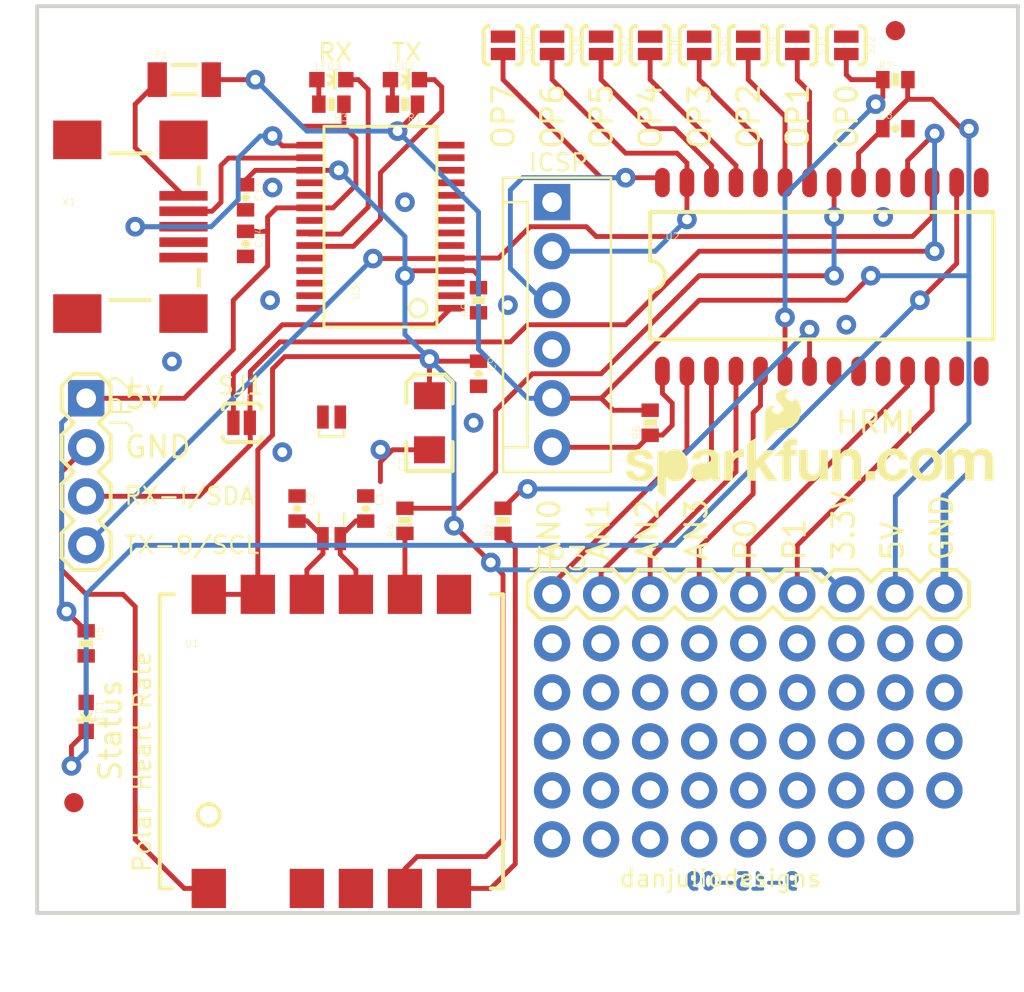
<source format=kicad_pcb>
(kicad_pcb (version 20211014) (generator pcbnew)
  (layers (0 "F.Cu" signal) (31 "B.Cu" signal) (34 "B.Paste" user) (35 "F.Paste" user) (36 "B.SilkS" user "B.Silkscreen") (37 "F.SilkS" user "F.Silkscreen") (38 "B.Mask" user) (39 "F.Mask" user) (44 "Edge.Cuts" user))
  (net 0 "")
  (net 1 "GND")
  (net 2 "5V")
  (net 3 "N$1")
  (net 4 "N$4")
  (net 5 "USB-TX")
  (net 6 "RX")
  (net 7 "3.3V")
  (net 8 "TXLED")
  (net 9 "RXLED")
  (net 10 "N$3")
  (net 11 "N$5")
  (net 12 "PGC")
  (net 13 "PGD")
  (net 14 "VPP")
  (net 15 "RST")
  (net 16 "HR")
  (net 17 "N$7")
  (net 18 "STAT")
  (net 19 "N$6")
  (net 20 "VBUS")
  (net 21 "TX")
  (net 22 "AN0")
  (net 23 "AN1")
  (net 24 "AN2")
  (net 25 "AN3")
  (net 26 "P0")
  (net 27 "P1")
  (net 28 "P2")
  (net 29 "P3")
  (net 30 "P4")
  (net 31 "OP0")
  (net 32 "OP1")
  (net 33 "OP2")
  (net 34 "OP3")
  (net 35 "OP4")
  (net 36 "OP5")
  (net 37 "N$2")
  (net 38 "N$10")
  (net 39 "N$11")
  (net 40 "N$12")
  (net 41 "N$13")
  (net 42 "N$14")
  (net 43 "N$15")
  (net 44 "N$16")
  (net 45 "N$17")
  (net 46 "N$18")
  (net 47 "N$19")
  (net 48 "N$20")
  (net 49 "N$21")
  (net 50 "N$22")
  (net 51 "N$23")
  (net 52 "N$24")
  (net 53 "N$25")
  (net 54 "N$26")
  (net 55 "N$27")
  (net 56 "N$28")
  (net 57 "N$29")
  (net 58 "N$30")
  (net 59 "N$31")
  (net 60 "N$32")
  (net 61 "N$33")
  (net 62 "N$34")
  (net 63 "N$35")
  (net 64 "N$36")
  (net 65 "N$37")
  (net 66 "N$38")
  (net 67 "N$39")
  (net 68 "N$40")
  (net 69 "N$41")
  (net 70 "N$42")
  (net 71 "N$43")
  (net 72 "N$44")
  (net 73 "N$45")
  (net 74 "N$46")
  (net 75 "N$47")
  (net 76 "N$48")
  (net 77 "N$49")
  (net 78 "N$50")
  (net 79 "N$51")
  (net 80 "N$52")
  (net 81 "N$53")
  (net 82 "N$8")
  (net 83 "N$54")
  (footprint "boardEagle:SJ_2S-NO" (layer "F.Cu") (at 149.7711 83.5406 -90)
    (fp_text reference "SJ8")
    (fp_text value "SOLDERJUMPERNO")
  )
  (footprint "boardEagle:0402-CAP" (layer "F.Cu") (at 136.5631 107.5436 -90)
    (fp_text reference "C2")
    (fp_text value "9pF")
  )
  (footprint "boardEagle:1X09" (layer "F.Cu") (at 149.7711 111.9886)
    (fp_text reference "JP3")
    (fp_text value "M09")
  )
  (footprint "boardEagle:0402-RES" (layer "F.Cu") (at 138.3411 86.5886 180)
    (fp_text reference "R3")
    (fp_text value "750")
  )
  (footprint "boardEagle:SSOP28DB" (layer "F.Cu") (at 140.8811 92.9386 90)
    (fp_text reference "U3")
    (fp_text value "FT232RL-BASICSSOP")
  )
  (footprint "boardEagle:RMCM01" (layer "F.Cu") (at 138.3411 119.6086)
    (fp_text reference "U1")
    (fp_text value "RMCM01")
  )
  (footprint "boardEagle:0402-CAP" (layer "F.Cu") (at 167.5511 87.8586)
    (fp_text reference "C8")
    (fp_text value "0.1uF")
  )
  (footprint "boardEagle:SO-28W" (layer "F.Cu") (at 163.7411 95.4786)
    (fp_text reference "U2")
    (fp_text value "PIC16F913")
  )
  (footprint "boardEagle:SJ_2S-NO" (layer "F.Cu") (at 147.2311 83.5406 -90)
    (fp_text reference "SJ9")
    (fp_text value "SOLDERJUMPERNO")
  )
  (footprint "boardEagle:0402-RES" (layer "F.Cu") (at 145.9611 96.7486 90)
    (fp_text reference "R9")
    (fp_text value "330")
  )
  (footprint "boardEagle:0402-CAP" (layer "F.Cu") (at 133.8961 93.8276 -90)
    (fp_text reference "C14")
    (fp_text value "0.1uF")
  )
  (footprint "boardEagle:EIA3216" (layer "F.Cu") (at 143.4211 103.0986 90)
    (fp_text reference "C7")
    (fp_text value "10uF")
  )
  (footprint "boardEagle:LED-0603" (layer "F.Cu") (at 142.1511 85.3186 -90)
    (fp_text reference "LED2")
    (fp_text value "Red")
  )
  (footprint "boardEagle:1X04" (layer "F.Cu") (at 125.6411 101.8286 -90)
    (fp_text reference "JP2")
    (fp_text value "")
  )
  (footprint "boardEagle:FIDUCIAL-1X2" (layer "F.Cu") (at 167.5511 82.7786)
    (fp_text reference "U$8" hide)
    (fp_text value "FIDUCIAL1X2" hide)
  )
  (footprint "boardEagle:SJ_2S-NO" (layer "F.Cu") (at 157.3911 83.5406 -90)
    (fp_text reference "SJ5")
    (fp_text value "SOLDERJUMPERNO")
  )
  (footprint "boardEagle:STAND-OFF" (layer "F.Cu") (at 171.3611 84.0486 -90)
    (fp_text reference "U$17" hide)
    (fp_text value "STAND-OFF" hide)
  )
  (footprint "boardEagle:STAND-OFF" (layer "F.Cu") (at 171.3611 125.9586)
    (fp_text reference "U$15" hide)
    (fp_text value "STAND-OFF" hide)
  )
  (footprint "boardEagle:0402-CAP" (layer "F.Cu") (at 140.1191 107.5436 -90)
    (fp_text reference "C1")
    (fp_text value "9pF")
  )
  (footprint "boardEagle:0402-CAP" (layer "F.Cu") (at 145.9611 100.5586 -90)
    (fp_text reference "C9")
    (fp_text value "0.1uF")
  )
  (footprint "boardEagle:0402-RES" (layer "F.Cu") (at 154.8511 103.0986 90)
    (fp_text reference "R6")
    (fp_text value "10K")
  )
  (footprint "boardEagle:0402-RES" (layer "F.Cu") (at 125.6411 114.5286 -90)
    (fp_text reference "R5")
    (fp_text value "750")
  )
  (footprint "boardEagle:0402-RES" (layer "F.Cu") (at 147.2311 108.1786 90)
    (fp_text reference "R2")
    (fp_text value "1K")
  )
  (footprint "boardEagle:SJ_2S-NO" (layer "F.Cu") (at 154.8511 83.5406 -90)
    (fp_text reference "SJ6")
    (fp_text value "SOLDERJUMPERNO")
  )
  (footprint "boardEagle:PTC-1206" (layer "F.Cu") (at 130.7211 85.3186)
    (fp_text reference "F1")
    (fp_text value "500mA-PTC")
  )
  (footprint "boardEagle:CRYSTAL-32KHZ-SMD_EPSON_MC146" (layer "F.Cu") (at 139.1031 109.7026 90)
    (fp_text reference "Q1" hide)
    (fp_text value "32kHz" hide)
  )
  (footprint "boardEagle:FIDUCIAL-1X2" (layer "F.Cu") (at 125.0061 122.7836)
    (fp_text reference "U$4" hide)
    (fp_text value "FIDUCIAL1X2" hide)
  )
  (footprint "boardEagle:SJ_2S-NO" (layer "F.Cu") (at 152.3111 83.5406 -90)
    (fp_text reference "SJ7")
    (fp_text value "SOLDERJUMPERNO")
  )
  (footprint "boardEagle:SJ_2S-NO" (layer "F.Cu") (at 162.4711 83.5406 -90)
    (fp_text reference "SJ3")
    (fp_text value "SOLDERJUMPERNO")
  )
  (footprint "boardEagle:STAND-OFF" (layer "F.Cu") (at 125.6411 125.9586)
    (fp_text reference "U$13" hide)
    (fp_text value "STAND-OFF" hide)
  )
  (footprint "boardEagle:0402-CAP" (layer "F.Cu") (at 133.8961 91.4146 -90)
    (fp_text reference "C11")
    (fp_text value "0.1uF")
  )
  (footprint "boardEagle:0402-RES" (layer "F.Cu") (at 142.1511 86.5886 180)
    (fp_text reference "R1")
    (fp_text value "750")
  )
  (footprint "boardEagle:STAND-OFF" (layer "F.Cu") (at 125.6411 84.0486)
    (fp_text reference "U$16" hide)
    (fp_text value "STAND-OFF" hide)
  )
  (footprint "boardEagle:USB-MINIB" (layer "F.Cu") (at 128.1811 92.9386)
    (fp_text reference "X1")
    (fp_text value "USBSMD")
  )
  (footprint "boardEagle:LED-0603" (layer "F.Cu") (at 125.6411 118.3386 180)
    (fp_text reference "LED1")
    (fp_text value "Green")
  )
  (footprint "boardEagle:MOLEX-1X6" (layer "F.Cu") (at 149.7711 91.6686 -90)
    (fp_text reference "U10" hide)
    (fp_text value "PIC-ICSPPTH" hide)
  )
  (footprint "boardEagle:0402-RES" (layer "F.Cu") (at 167.5511 85.3186)
    (fp_text reference "R7")
    (fp_text value "10K")
  )
  (footprint "boardEagle:SFE-NEW-WEBLOGO" (layer "F.Cu") (at 153.5811 107.0356)
    (fp_text reference "U$1" hide)
    (fp_text value "LOGO-SFENEW" hide)
  )
  (footprint "boardEagle:SJ_2S-NO" (layer "F.Cu") (at 165.0111 83.5406 -90)
    (fp_text reference "SJ2")
    (fp_text value "SOLDERJUMPERNO")
  )
  (footprint "boardEagle:SJ_2S-NO" (layer "F.Cu") (at 159.9311 83.5406 -90)
    (fp_text reference "SJ4")
    (fp_text value "SOLDERJUMPERNO")
  )
  (footprint "boardEagle:0402-RES" (layer "F.Cu") (at 142.1511 108.1786 90)
    (fp_text reference "R4")
    (fp_text value "1K")
  )
  (footprint "boardEagle:LED-0603" (layer "F.Cu") (at 138.3411 85.3186 -90)
    (fp_text reference "LED3")
    (fp_text value "Green")
  )
  (footprint "boardEagle:SJ_2S-NOTRACE" (layer "F.Cu") (at 133.7183 103.0986)
    (fp_text reference "SJ1")
    (fp_text value "SOLDERJUMPERNC2")
  )
  (gr_line (start 123.1011 128.4986) (end 173.9011 128.4986) (layer "Edge.Cuts") (width 0.2032))
  (gr_line (start 173.9011 128.4986) (end 173.9011 81.5086) (layer "Edge.Cuts") (width 0.2032))
  (gr_line (start 173.9011 81.5086) (end 123.1011 81.5086) (layer "Edge.Cuts") (width 0.2032))
  (gr_line (start 123.1011 81.5086) (end 123.1011 128.4986) (layer "Edge.Cuts") (width 0.2032))
  (gr_text "9-15-09" (at 162.7251 127.3556) (layer "B.Cu") (effects (font (size 0.8128 0.8128) (thickness 0.2032)) (justify left bottom mirror)))
  (gr_text "OP6" (at 149.1361 85.4456 90) (layer "F.SilkS") (effects (font (size 1.1176 1.1176) (thickness 0.1524)) (justify right top)))
  (gr_text "ICSP" (at 148.5011 90.1446) (layer "F.SilkS") (effects (font (size 0.89408 0.89408) (thickness 0.12192)) (justify left bottom)))
  (gr_text "P0" (at 160.4391 110.3376 90) (layer "F.SilkS") (effects (font (size 1.1176 1.1176) (thickness 0.1524)) (justify left bottom)))
  (gr_text "OP7" (at 146.5961 85.4456 90) (layer "F.SilkS") (effects (font (size 1.1176 1.1176) (thickness 0.1524)) (justify right top)))
  (gr_text "TX" (at 141.3891 84.4296) (layer "F.SilkS") (effects (font (size 0.89408 0.89408) (thickness 0.12192)) (justify left bottom)))
  (gr_text "P1" (at 162.9791 110.3376 90) (layer "F.SilkS") (effects (font (size 1.1176 1.1176) (thickness 0.1524)) (justify left bottom)))
  (gr_text "Polar Heart Rate" (at 129.0701 126.4666 90) (layer "F.SilkS") (effects (font (size 0.89408 0.89408) (thickness 0.12192)) (justify left bottom)))
  (gr_text "Status" (at 127.5461 121.7676 90) (layer "F.SilkS") (effects (font (size 1.1176 1.1176) (thickness 0.1524)) (justify left bottom)))
  (gr_text "OP4" (at 154.2161 85.4456 90) (layer "F.SilkS") (effects (font (size 1.1176 1.1176) (thickness 0.1524)) (justify right top)))
  (gr_text "5V" (at 127.5461 102.4636) (layer "F.SilkS") (effects (font (size 1.1176 1.1176) (thickness 0.1524)) (justify left bottom)))
  (gr_text "3.3V" (at 165.5191 110.3376 90) (layer "F.SilkS") (effects (font (size 1.1176 1.1176) (thickness 0.1524)) (justify left bottom)))
  (gr_text "TX-O/SCL" (at 127.5461 109.9566) (layer "F.SilkS") (effects (font (size 0.89408 0.89408) (thickness 0.12192)) (justify left bottom)))
  (gr_text "AN3" (at 157.8991 110.3376 90) (layer "F.SilkS") (effects (font (size 1.1176 1.1176) (thickness 0.1524)) (justify left bottom)))
  (gr_text "GND" (at 170.5991 110.3376 90) (layer "F.SilkS") (effects (font (size 1.1176 1.1176) (thickness 0.1524)) (justify left bottom)))
  (gr_text "HRMI" (at 164.3761 103.7336) (layer "F.SilkS") (effects (font (size 1.1176 1.1176) (thickness 0.1524)) (justify left bottom)))
  (gr_text "danjuliodesigns" (at 153.2001 127.2286) (layer "F.SilkS") (effects (font (size 0.89408 0.89408) (thickness 0.12192)) (justify left bottom)))
  (gr_text "OP5" (at 151.6761 85.4456 90) (layer "F.SilkS") (effects (font (size 1.1176 1.1176) (thickness 0.1524)) (justify right top)))
  (gr_text "GND" (at 127.5461 105.0036) (layer "F.SilkS") (effects (font (size 1.1176 1.1176) (thickness 0.1524)) (justify left bottom)))
  (gr_text "AN0" (at 150.2791 110.3376 90) (layer "F.SilkS") (effects (font (size 1.1176 1.1176) (thickness 0.1524)) (justify left bottom)))
  (gr_text "RX-I/SDA" (at 127.5461 107.4166) (layer "F.SilkS") (effects (font (size 0.89408 0.89408) (thickness 0.12192)) (justify left bottom)))
  (gr_text "SJ1" (at 132.3721 101.7016) (layer "F.SilkS") (effects (font (size 0.89408 0.89408) (thickness 0.12192)) (justify left bottom)))
  (gr_text "OP2" (at 159.2961 85.4456 90) (layer "F.SilkS") (effects (font (size 1.1176 1.1176) (thickness 0.1524)) (justify right top)))
  (gr_text "OP3" (at 156.7561 85.4456 90) (layer "F.SilkS") (effects (font (size 1.1176 1.1176) (thickness 0.1524)) (justify right top)))
  (gr_text "5V" (at 168.0591 110.3376 90) (layer "F.SilkS") (effects (font (size 1.1176 1.1176) (thickness 0.1524)) (justify left bottom)))
  (gr_text "AN1" (at 152.8191 110.3376 90) (layer "F.SilkS") (effects (font (size 1.1176 1.1176) (thickness 0.1524)) (justify left bottom)))
  (gr_text "OP0" (at 164.3761 85.4456 90) (layer "F.SilkS") (effects (font (size 1.1176 1.1176) (thickness 0.1524)) (justify right top)))
  (gr_text "AN2" (at 155.3591 110.3376 90) (layer "F.SilkS") (effects (font (size 1.1176 1.1176) (thickness 0.1524)) (justify left bottom)))
  (gr_text "RX" (at 137.5791 84.4296) (layer "F.SilkS") (effects (font (size 0.89408 0.89408) (thickness 0.12192)) (justify left bottom)))
  (gr_text "OP1" (at 161.8361 85.4456 90) (layer "F.SilkS") (effects (font (size 1.1176 1.1176) (thickness 0.1524)) (justify right top)))
  (segment (start 127.5461 111.9886) (end 125.6411 111.9886) (width 0.254) (layer "F.Cu") (net 1))
  (segment (start 125.6411 111.9886) (end 124.3711 110.7186) (width 0.254) (layer "F.Cu") (net 1))
  (segment (start 128.1811 124.6886) (end 128.1811 112.6236) (width 0.254) (layer "F.Cu") (net 1))
  (segment (start 141.5131 104.4986) (end 143.4211 104.4986) (width 0.254) (layer "F.Cu") (net 1))
  (segment (start 131.9911 127.2286) (end 130.7211 127.2286) (width 0.254) (layer "F.Cu") (net 1))
  (segment (start 140.8811 105.1306) (end 141.5131 104.4986) (width 0.254) (layer "F.Cu") (net 1))
  (segment (start 140.8811 106.1466) (end 140.8811 105.1306) (width 0.254) (layer "F.Cu") (net 1))
  (segment (start 128.1811 112.6236) (end 127.5461 111.9886) (width 0.254) (layer "F.Cu") (net 1))
  (segment (start 124.3711 110.7186) (end 124.3711 105.6386) (width 0.254) (layer "F.Cu") (net 1))
  (segment (start 124.3711 105.6386) (end 125.6411 104.3686) (width 0.254) (layer "F.Cu") (net 1))
  (segment (start 130.7211 127.2286) (end 128.1811 124.6886) (width 0.254) (layer "F.Cu") (net 1))
  (via (at 147.4851 97.0026) (size 1.016) (drill 0.508) (layers "F.Cu" "B.Cu") (net 1))
  (via (at 135.2931 90.9066) (size 1.016) (drill 0.508) (layers "F.Cu" "B.Cu") (net 1))
  (via (at 140.8811 104.4956) (size 1.016) (drill 0.508) (layers "F.Cu" "B.Cu") (net 1))
  (via (at 135.1661 96.7486) (size 1.016) (drill 0.508) (layers "F.Cu" "B.Cu") (net 1))
  (via (at 135.8011 104.6226) (size 1.016) (drill 0.508) (layers "F.Cu" "B.Cu") (net 1))
  (via (at 130.0861 99.9236) (size 1.016) (drill 0.508) (layers "F.Cu" "B.Cu") (net 1))
  (via (at 166.9161 92.4306) (size 1.016) (drill 0.508) (layers "F.Cu" "B.Cu") (net 1))
  (via (at 165.0111 98.0186) (size 1.016) (drill 0.508) (layers "F.Cu" "B.Cu") (net 1))
  (via (at 145.7071 103.0986) (size 1.016) (drill 0.508) (layers "F.Cu" "B.Cu") (net 1))
  (via (at 142.1511 91.6686) (size 1.016) (drill 0.508) (layers "F.Cu" "B.Cu") (net 1))
  (segment (start 170.0911 111.9886) (end 170.0911 106.9086) (width 0.4064) (layer "B.Cu") (net 1))
  (segment (start 170.0911 106.9086) (end 171.3611 105.6386) (width 0.254) (layer "B.Cu") (net 1))
  (segment (start 135.0391 93.1926) (end 135.0391 92.4306) (width 0.254) (layer "F.Cu") (net 2))
  (segment (start 135.0241 93.1776) (end 133.8961 93.1776) (width 0.254) (layer "F.Cu") (net 2))
  (segment (start 157.3911 96.7486) (end 165.0111 96.7486) (width 0.254) (layer "F.Cu") (net 2))
  (segment (start 137.2251 91.9636) (end 138.4271 91.9636) (width 0.254) (layer "F.Cu") (net 2))
  (segment (start 135.5061 91.9636) (end 137.2251 91.9636) (width 0.254) (layer "F.Cu") (net 2))
  (segment (start 142.8011 86.9546) (end 142.8011 86.5886) (width 0.254) (layer "F.Cu") (net 2))
  (segment (start 166.9011 87.6196) (end 166.9011 87.8586) (width 0.254) (layer "F.Cu") (net 2))
  (segment (start 166.9011 87.8586) (end 166.9161 87.8586) (width 0.254) (layer "F.Cu") (net 2))
  (segment (start 168.2011 85.4306) (end 168.2011 85.3186) (width 0.254) (layer "F.Cu") (net 2))
  (segment (start 138.4271 91.9636) (end 139.6111 90.7796) (width 0.254) (layer "F.Cu") (net 2))
  (segment (start 138.9761 87.7316) (end 136.8171 87.7316) (width 0.254) (layer "F.Cu") (net 2))
  (segment (start 125.6411 113.8786) (end 125.6411 113.8936) (width 0.254) (layer "F.Cu") (net 2))
  (segment (start 135.0391 94.9706) (end 135.0391 93.1926) (width 0.254) (layer "F.Cu") (net 2))
  (segment (start 168.1861 86.3346) (end 168.1861 85.4456) (width 0.254) (layer "F.Cu") (net 2))
  (segment (start 133.2611 99.2886) (end 133.2611 96.7486) (width 0.254) (layer "F.Cu") (net 2))
  (segment (start 139.6111 88.3666) (end 138.9761 87.7316) (width 0.254) (layer "F.Cu") (net 2))
  (segment (start 169.4561 86.3346) (end 168.1861 86.3346) (width 0.254) (layer "F.Cu") (net 2))
  (segment (start 139.6111 90.7796) (end 139.6111 88.3666) (width 0.254) (layer "F.Cu") (net 2))
  (segment (start 168.2011 85.3186) (end 168.1861 85.3186) (width 0.254) (layer "F.Cu") (net 2))
  (segment (start 149.7711 101.8286) (end 152.3111 101.8286) (width 0.254) (layer "F.Cu") (net 2))
  (segment (start 141.7701 87.9856) (end 142.8011 86.9546) (width 0.254) (layer "F.Cu") (net 2))
  (segment (start 152.3111 101.8286) (end 157.3911 96.7486) (width 0.254) (layer "F.Cu") (net 2))
  (segment (start 170.9801 87.8586) (end 169.4561 86.3346) (width 0.254) (layer "F.Cu") (net 2))
  (segment (start 138.9911 87.7166) (end 138.9911 86.5886) (width 0.254) (layer "F.Cu") (net 2))
  (segment (start 130.7211 101.8286) (end 133.2611 99.2886) (width 0.254) (layer "F.Cu") (net 2))
  (segment (start 134.4041 85.3186) (end 132.1211 85.3186) (width 0.254) (layer "F.Cu") (net 2))
  (segment (start 135.0391 92.4306) (end 135.5061 91.9636) (width 0.254) (layer "F.Cu") (net 2))
  (segment (start 168.1861 85.4456) (end 168.2011 85.4306) (width 0.254) (layer "F.Cu") (net 2))
  (segment (start 165.6461 89.1286) (end 165.6461 90.6526) (width 0.254) (layer "F.Cu") (net 2))
  (segment (start 135.0391 93.1926) (end 135.0241 93.1776) (width 0.254) (layer "F.Cu") (net 2))
  (segment (start 168.1861 86.3346) (end 166.9011 87.6196) (width 0.254) (layer "F.Cu") (net 2))
  (segment (start 133.2611 96.7486) (end 135.0391 94.9706) (width 0.254) (layer "F.Cu") (net 2))
  (segment (start 136.8171 87.7316) (end 134.4041 85.3186) (width 0.254) (layer "F.Cu") (net 2))
  (segment (start 152.3111 101.8286) (end 152.9311 102.4486) (width 0.254) (layer "F.Cu") (net 2))
  (segment (start 166.9161 87.8586) (end 165.6461 89.1286) (width 0.254) (layer "F.Cu") (net 2))
  (segment (start 152.9311 102.4486) (end 154.8511 102.4486) (width 0.254) (layer "F.Cu") (net 2))
  (segment (start 125.6411 113.8936) (end 124.6251 112.8776) (width 0.254) (layer "F.Cu") (net 2))
  (segment (start 138.9761 87.7316) (end 138.9911 87.7166) (width 0.254) (layer "F.Cu") (net 2))
  (segment (start 165.0111 96.7486) (end 166.2811 95.4786) (width 0.254) (layer "F.Cu") (net 2))
  (segment (start 171.3611 87.8586) (end 170.9801 87.8586) (width 0.254) (layer "F.Cu") (net 2))
  (segment (start 125.6411 101.8286) (end 130.7211 101.8286) (width 0.254) (layer "F.Cu") (net 2))
  (via (at 124.6251 112.8776) (size 1.016) (drill 0.508) (layers "F.Cu" "B.Cu") (net 2))
  (via (at 134.4041 85.3186) (size 1.016) (drill 0.508) (layers "F.Cu" "B.Cu") (net 2))
  (via (at 171.3611 87.8586) (size 1.016) (drill 0.508) (layers "F.Cu" "B.Cu") (net 2))
  (via (at 166.2811 95.4786) (size 1.016) (drill 0.508) (layers "F.Cu" "B.Cu") (net 2))
  (via (at 141.7701 87.9856) (size 1.016) (drill 0.508) (layers "F.Cu" "B.Cu") (net 2))
  (segment (start 171.3611 103.0986) (end 167.5511 106.9086) (width 0.254) (layer "B.Cu") (net 2))
  (segment (start 124.3711 103.0986) (end 125.6411 101.8286) (width 0.254) (layer "B.Cu") (net 2))
  (segment (start 145.9611 92.1766) (end 145.9611 99.2886) (width 0.254) (layer "B.Cu") (net 2))
  (segment (start 166.2811 95.4786) (end 171.3611 95.4786) (width 0.254) (layer "B.Cu") (net 2))
  (segment (start 124.3711 112.6236) (end 124.3711 103.0986) (width 0.254) (layer "B.Cu") (net 2))
  (segment (start 145.9611 99.2886) (end 148.5011 101.8286) (width 0.254) (layer "B.Cu") (net 2))
  (segment (start 141.7701 87.9856) (end 145.9611 92.1766) (width 0.254) (layer "B.Cu") (net 2))
  (segment (start 171.3611 95.4786) (end 171.3611 87.8586) (width 0.254) (layer "B.Cu") (net 2))
  (segment (start 148.5011 101.8286) (end 149.7711 101.8286) (width 0.254) (layer "B.Cu") (net 2))
  (segment (start 134.4041 85.3186) (end 137.0711 87.9856) (width 0.254) (layer "B.Cu") (net 2))
  (segment (start 124.6251 112.8776) (end 124.3711 112.6236) (width 0.254) (layer "B.Cu") (net 2))
  (segment (start 167.5511 106.9086) (end 167.5511 111.9886) (width 0.254) (layer "B.Cu") (net 2))
  (segment (start 137.0711 87.9856) (end 141.7701 87.9856) (width 0.254) (layer "B.Cu") (net 2))
  (segment (start 171.3611 95.4786) (end 171.3611 103.0986) (width 0.254) (layer "B.Cu") (net 2))
  (segment (start 141.486095 85.3746) (end 141.4451 85.333605) (width 0.254) (layer "F.Cu") (net 3))
  (segment (start 141.3891 85.3186) (end 141.4011 85.3186) (width 0.254) (layer "F.Cu") (net 3))
  (segment (start 141.5011 85.4306) (end 141.486095 85.3746) (width 0.254) (layer "F.Cu") (net 3))
  (segment (start 141.5011 86.5886) (end 141.5011 85.4306) (width 0.254) (layer "F.Cu") (net 3))
  (segment (start 141.5011 85.4306) (end 141.5011 85.4306) (width 0.254) (layer "F.Cu") (net 3))
  (segment (start 141.4451 85.333605) (end 141.3891 85.3186) (width 0.254) (layer "F.Cu") (net 3))
  (segment (start 137.6351 85.333605) (end 137.5791 85.3186) (width 0.254) (layer "F.Cu") (net 4))
  (segment (start 137.6911 86.5886) (end 137.6911 85.4306) (width 0.254) (layer "F.Cu") (net 4))
  (segment (start 137.676095 85.3746) (end 137.6351 85.333605) (width 0.254) (layer "F.Cu") (net 4))
  (segment (start 137.5791 85.3186) (end 137.5911 85.3186) (width 0.254) (layer "F.Cu") (net 4))
  (segment (start 137.6911 85.4306) (end 137.676095 85.3746) (width 0.254) (layer "F.Cu") (net 4))
  (segment (start 137.6911 85.4306) (end 137.6911 85.4306) (width 0.254) (layer "F.Cu") (net 4))
  (segment (start 143.6751 98.0186) (end 144.5301 97.1636) (width 0.254) (layer "F.Cu") (net 5))
  (segment (start 135.8011 98.0186) (end 143.6751 98.0186) (width 0.254) (layer "F.Cu") (net 5))
  (segment (start 133.2683 103.0986) (end 133.2611 100.5586) (width 0.254) (layer "F.Cu") (net 5))
  (segment (start 144.5301 97.1636) (end 144.5371 97.1636) (width 0.254) (layer "F.Cu") (net 5))
  (segment (start 133.2611 100.5586) (end 135.8011 98.0186) (width 0.254) (layer "F.Cu") (net 5))
  (segment (start 169.4561 92.4306) (end 169.4561 90.6526) (width 0.254) (layer "F.Cu") (net 6))
  (segment (start 144.5371 94.5636) (end 144.3361 94.5636) (width 0.254) (layer "F.Cu") (net 6))
  (segment (start 152.0571 93.4466) (end 168.4401 93.4466) (width 0.254) (layer "F.Cu") (net 6))
  (segment (start 144.5381 94.5636) (end 144.5371 94.5636) (width 0.254) (layer "F.Cu") (net 6))
  (segment (start 144.3361 94.5636) (end 147.0031 94.5636) (width 0.254) (layer "F.Cu") (net 6))
  (segment (start 147.0031 94.5636) (end 148.1201 93.4466) (width 0.254) (layer "F.Cu") (net 6))
  (segment (start 148.6281 92.9386) (end 151.5491 92.9386) (width 0.254) (layer "F.Cu") (net 6))
  (segment (start 148.1201 93.4466) (end 148.6281 92.9386) (width 0.254) (layer "F.Cu") (net 6))
  (segment (start 140.5001 94.5896) (end 144.5641 94.5896) (width 0.254) (layer "F.Cu") (net 6))
  (segment (start 151.5491 92.9386) (end 152.0571 93.4466) (width 0.254) (layer "F.Cu") (net 6))
  (segment (start 168.4401 93.4466) (end 169.4561 92.4306) (width 0.254) (layer "F.Cu") (net 6))
  (segment (start 144.5641 94.5896) (end 144.5381 94.5636) (width 0.254) (layer "F.Cu") (net 6))
  (segment (start 144.3361 94.5636) (end 144.3101 94.5896) (width 0.254) (layer "F.Cu") (net 6))
  (via (at 140.5001 94.5896) (size 1.016) (drill 0.508) (layers "F.Cu" "B.Cu") (net 6))
  (segment (start 125.6411 109.4486) (end 140.5001 94.5896) (width 0.254) (layer "B.Cu") (net 6))
  (segment (start 143.2941 99.6696) (end 135.9281 99.6696) (width 0.254) (layer "F.Cu") (net 7))
  (segment (start 134.5311 104.4956) (end 134.5311 111.9886) (width 0.254) (layer "F.Cu") (net 7))
  (segment (start 144.5371 95.2136) (end 144.5531 95.2136) (width 0.254) (layer "F.Cu") (net 7))
  (segment (start 143.4211 101.6986) (end 143.4211 101.7016) (width 0.254) (layer "F.Cu") (net 7))
  (segment (start 143.4211 100.8126) (end 143.4211 100.5586) (width 0.254) (layer "F.Cu") (net 7))
  (segment (start 142.1511 95.4786) (end 142.4051 95.2246) (width 0.254) (layer "F.Cu") (net 7))
  (segment (start 143.4211 101.7016) (end 143.5481 101.8286) (width 0.254) (layer "F.Cu") (net 7))
  (segment (start 144.5261 95.2246) (end 144.5371 95.2136) (width 0.254) (layer "F.Cu") (net 7))
  (segment (start 142.1511 126.2126) (end 142.7861 125.5776) (width 0.254) (layer "F.Cu") (net 7))
  (segment (start 144.5531 95.2136) (end 145.6961 95.2136) (width 0.254) (layer "F.Cu") (net 7))
  (segment (start 143.5331 99.9086) (end 145.9611 99.9086) (width 0.254) (layer "F.Cu") (net 7))
  (segment (start 133.8961 90.5256) (end 133.8961 90.7646) (width 0.254) (layer "F.Cu") (net 7))
  (segment (start 137.2291 90.0176) (end 134.4041 90.0176) (width 0.254) (layer "F.Cu") (net 7))
  (segment (start 142.7861 125.5776) (end 146.3421 125.5776) (width 0.254) (layer "F.Cu") (net 7))
  (segment (start 142.4051 95.2246) (end 144.5261 95.2246) (width 0.254) (layer "F.Cu") (net 7))
  (segment (start 137.2291 90.0176) (end 137.2251 90.0136) (width 0.254) (layer "F.Cu") (net 7))
  (segment (start 143.4211 99.7966) (end 143.4211 100.8126) (width 0.254) (layer "F.Cu") (net 7))
  (segment (start 143.4211 99.7966) (end 143.5331 99.9086) (width 0.254) (layer "F.Cu") (net 7))
  (segment (start 135.2931 103.7336) (end 134.5311 104.4956) (width 0.254) (layer "F.Cu") (net 7))
  (segment (start 146.5961 110.3376) (end 144.6911 108.4326) (width 0.254) (layer "F.Cu") (net 7))
  (segment (start 145.9611 96.0986) (end 145.9611 96.1136) (width 0.254) (layer "F.Cu") (net 7))
  (segment (start 135.9281 99.6696) (end 135.2931 100.3046) (width 0.254) (layer "F.Cu") (net 7))
  (segment (start 134.4041 90.0176) (end 133.8961 90.5256) (width 0.254) (layer "F.Cu") (net 7))
  (segment (start 143.4211 101.6986) (end 143.4211 101.8286) (width 0.254) (layer "F.Cu") (net 7))
  (segment (start 144.5531 95.2136) (end 144.5641 95.2246) (width 0.254) (layer "F.Cu") (net 7))
  (segment (start 138.7221 90.0176) (end 137.2291 90.0176) (width 0.254) (layer "F.Cu") (net 7))
  (segment (start 143.4211 99.7966) (end 143.2941 99.6696) (width 0.254) (layer "F.Cu") (net 7))
  (segment (start 134.5311 111.9886) (end 131.9911 111.9886) (width 0.254) (layer "F.Cu") (net 7))
  (segment (start 145.6961 95.2136) (end 145.9611 95.4786) (width 0.254) (layer "F.Cu") (net 7))
  (segment (start 147.2311 124.6886) (end 147.2311 110.9726) (width 0.254) (layer "F.Cu") (net 7))
  (segment (start 143.4211 100.8126) (end 143.4211 101.6986) (width 0.254) (layer "F.Cu") (net 7))
  (segment (start 142.1511 127.2286) (end 142.1511 126.2126) (width 0.254) (layer "F.Cu") (net 7))
  (segment (start 147.2311 110.9726) (end 146.5961 110.3376) (width 0.254) (layer "F.Cu") (net 7))
  (segment (start 145.9611 95.4786) (end 145.9611 96.0986) (width 0.254) (layer "F.Cu") (net 7))
  (segment (start 135.2931 100.3046) (end 135.2931 103.7336) (width 0.254) (layer "F.Cu") (net 7))
  (segment (start 146.3421 125.5776) (end 147.2311 124.6886) (width 0.254) (layer "F.Cu") (net 7))
  (via (at 143.4211 99.7966) (size 1.016) (drill 0.508) (layers "F.Cu" "B.Cu") (net 7))
  (via (at 146.5961 110.3376) (size 1.016) (drill 0.508) (layers "F.Cu" "B.Cu") (net 7))
  (via (at 138.7221 90.0176) (size 1.016) (drill 0.508) (layers "F.Cu" "B.Cu") (net 7))
  (via (at 144.6911 108.4326) (size 1.016) (drill 0.508) (layers "F.Cu" "B.Cu") (net 7))
  (via (at 142.1511 95.4786) (size 1.016) (drill 0.508) (layers "F.Cu" "B.Cu") (net 7))
  (segment (start 142.1511 95.4786) (end 142.1511 93.4466) (width 0.254) (layer "B.Cu") (net 7))
  (segment (start 144.6911 108.4326) (end 144.6911 101.0666) (width 0.254) (layer "B.Cu") (net 7))
  (segment (start 146.5961 110.3376) (end 146.9771 110.7186) (width 0.254) (layer "B.Cu") (net 7))
  (segment (start 144.6911 101.0666) (end 143.4211 99.7966) (width 0.254) (layer "B.Cu") (net 7))
  (segment (start 142.1511 98.5266) (end 142.1511 95.4786) (width 0.254) (layer "B.Cu") (net 7))
  (segment (start 146.9771 110.7186) (end 163.7411 110.7186) (width 0.254) (layer "B.Cu") (net 7))
  (segment (start 143.4211 99.7966) (end 142.1511 98.5266) (width 0.254) (layer "B.Cu") (net 7))
  (segment (start 142.1511 93.4466) (end 138.7221 90.0176) (width 0.254) (layer "B.Cu") (net 7))
  (segment (start 163.7411 110.7186) (end 165.0111 111.9886) (width 0.254) (layer "B.Cu") (net 7))
  (segment (start 144.0561 85.6996) (end 143.6751 85.3186) (width 0.254) (layer "F.Cu") (net 8))
  (segment (start 140.8811 90.1446) (end 144.0561 86.9696) (width 0.254) (layer "F.Cu") (net 8))
  (segment (start 140.8811 92.5576) (end 140.8811 90.1446) (width 0.254) (layer "F.Cu") (net 8))
  (segment (start 143.6751 85.3186) (end 142.9011 85.3186) (width 0.254) (layer "F.Cu") (net 8))
  (segment (start 137.2251 93.9276) (end 137.1981 93.9546) (width 0.254) (layer "F.Cu") (net 8))
  (segment (start 139.4841 93.9546) (end 140.8811 92.5576) (width 0.254) (layer "F.Cu") (net 8))
  (segment (start 144.0561 86.9696) (end 144.0561 85.6996) (width 0.254) (layer "F.Cu") (net 8))
  (segment (start 137.2251 93.9136) (end 137.2251 93.9276) (width 0.254) (layer "F.Cu") (net 8))
  (segment (start 137.1981 93.9546) (end 139.4841 93.9546) (width 0.254) (layer "F.Cu") (net 8))
  (segment (start 140.2461 85.8266) (end 139.7381 85.3186) (width 0.254) (layer "F.Cu") (net 9))
  (segment (start 137.2251 93.2636) (end 137.2251 93.2926) (width 0.254) (layer "F.Cu") (net 9))
  (segment (start 138.8491 93.3196) (end 140.2461 91.9226) (width 0.254) (layer "F.Cu") (net 9))
  (segment (start 137.2251 93.2926) (end 137.1981 93.3196) (width 0.254) (layer "F.Cu") (net 9))
  (segment (start 140.2461 91.9226) (end 140.2461 85.8266) (width 0.254) (layer "F.Cu") (net 9))
  (segment (start 137.1981 93.3196) (end 138.8491 93.3196) (width 0.254) (layer "F.Cu") (net 9))
  (segment (start 139.7381 85.3186) (end 139.0911 85.3186) (width 0.254) (layer "F.Cu") (net 9))
  (segment (start 130.6811 92.1386) (end 132.1561 92.1386) (width 0.254) (layer "F.Cu") (net 10))
  (segment (start 132.1561 92.1386) (end 132.6261 91.6686) (width 0.254) (layer "F.Cu") (net 10))
  (segment (start 132.6261 91.6686) (end 132.6261 89.7636) (width 0.254) (layer "F.Cu") (net 10))
  (segment (start 137.2061 89.3826) (end 137.2251 89.3636) (width 0.254) (layer "F.Cu") (net 10))
  (segment (start 130.6811 92.1386) (end 130.7191 92.1766) (width 0.254) (layer "F.Cu") (net 10))
  (segment (start 133.0071 89.3826) (end 137.2061 89.3826) (width 0.254) (layer "F.Cu") (net 10))
  (segment (start 132.6261 89.7636) (end 133.0071 89.3826) (width 0.254) (layer "F.Cu") (net 10))
  (segment (start 135.8011 88.7476) (end 137.1981 88.7476) (width 0.254) (layer "F.Cu") (net 11))
  (segment (start 135.2931 88.2396) (end 135.8011 88.7476) (width 0.254) (layer "F.Cu") (net 11))
  (segment (start 130.6811 92.9386) (end 128.1811 92.9386) (width 0.254) (layer "F.Cu") (net 11))
  (segment (start 137.1981 88.7476) (end 137.1981 88.7406) (width 0.254) (layer "F.Cu") (net 11))
  (segment (start 137.1981 88.7406) (end 137.2251 88.7136) (width 0.254) (layer "F.Cu") (net 11))
  (via (at 128.1811 92.9386) (size 1.016) (drill 0.508) (layers "F.Cu" "B.Cu") (net 11))
  (via (at 135.2931 88.2396) (size 1.016) (drill 0.508) (layers "F.Cu" "B.Cu") (net 11))
  (segment (start 132.1181 92.9386) (end 133.5151 91.5416) (width 0.254) (layer "B.Cu") (net 11))
  (segment (start 128.1811 92.9386) (end 132.1181 92.9386) (width 0.254) (layer "B.Cu") (net 11))
  (segment (start 133.5151 89.3826) (end 134.6581 88.2396) (width 0.254) (layer "B.Cu") (net 11))
  (segment (start 134.6581 88.2396) (end 135.2931 88.2396) (width 0.254) (layer "B.Cu") (net 11))
  (segment (start 133.5151 91.5416) (end 133.5151 89.3826) (width 0.254) (layer "B.Cu") (net 11))
  (segment (start 156.7561 92.5576) (end 156.7561 90.6526) (width 0.254) (layer "F.Cu") (net 12))
  (segment (start 153.5811 89.1286) (end 149.7711 85.3186) (width 0.254) (layer "F.Cu") (net 12))
  (segment (start 156.7561 89.6366) (end 156.2481 89.1286) (width 0.254) (layer "F.Cu") (net 12))
  (segment (start 156.7561 90.6526) (end 156.7561 89.6366) (width 0.254) (layer "F.Cu") (net 12))
  (segment (start 156.2481 89.1286) (end 153.5811 89.1286) (width 0.254) (layer "F.Cu") (net 12))
  (segment (start 149.7711 85.3186) (end 149.7711 83.9906) (width 0.254) (layer "F.Cu") (net 12))
  (via (at 156.7561 92.5576) (size 1.016) (drill 0.508) (layers "F.Cu" "B.Cu") (net 12))
  (segment (start 149.7711 94.2086) (end 155.1051 94.2086) (width 0.254) (layer "B.Cu") (net 12))
  (segment (start 155.1051 94.2086) (end 156.7561 92.5576) (width 0.254) (layer "B.Cu") (net 12))
  (segment (start 153.5811 90.3986) (end 155.2321 90.3986) (width 0.254) (layer "F.Cu") (net 13))
  (segment (start 152.3111 90.3986) (end 147.2311 85.3186) (width 0.254) (layer "F.Cu") (net 13))
  (segment (start 153.5811 90.3986) (end 152.3111 90.3986) (width 0.254) (layer "F.Cu") (net 13))
  (segment (start 155.2321 90.3986) (end 155.4861 90.6526) (width 0.254) (layer "F.Cu") (net 13))
  (segment (start 147.2311 85.3186) (end 147.2311 83.9906) (width 0.254) (layer "F.Cu") (net 13))
  (via (at 153.5811 90.3986) (size 1.016) (drill 0.508) (layers "F.Cu" "B.Cu") (net 13))
  (segment (start 147.6121 95.0976) (end 147.6121 91.0336) (width 0.254) (layer "B.Cu") (net 13))
  (segment (start 149.2631 96.7486) (end 147.6121 95.0976) (width 0.254) (layer "B.Cu") (net 13))
  (segment (start 147.6121 91.0336) (end 148.2471 90.3986) (width 0.254) (layer "B.Cu") (net 13))
  (segment (start 148.2471 90.3986) (end 153.5811 90.3986) (width 0.254) (layer "B.Cu") (net 13))
  (segment (start 149.7711 96.7486) (end 149.2631 96.7486) (width 0.254) (layer "B.Cu") (net 13))
  (segment (start 155.9941 102.0826) (end 155.4861 101.5746) (width 0.254) (layer "F.Cu") (net 14))
  (segment (start 155.9941 103.2256) (end 155.9941 102.0826) (width 0.254) (layer "F.Cu") (net 14))
  (segment (start 154.2161 104.3686) (end 154.8511 103.7336) (width 0.254) (layer "F.Cu") (net 14))
  (segment (start 155.4861 101.5746) (end 155.4861 100.4316) (width 0.254) (layer "F.Cu") (net 14))
  (segment (start 149.7711 104.3686) (end 154.2161 104.3686) (width 0.254) (layer "F.Cu") (net 14))
  (segment (start 155.4861 103.7336) (end 155.9941 103.2256) (width 0.254) (layer "F.Cu") (net 14))
  (segment (start 154.8511 103.7336) (end 155.4861 103.7336) (width 0.254) (layer "F.Cu") (net 14))
  (segment (start 154.8511 103.7336) (end 154.8511 103.7486) (width 0.254) (layer "F.Cu") (net 14))
  (segment (start 147.2311 107.5286) (end 148.2321 106.5276) (width 0.254) (layer "F.Cu") (net 15))
  (segment (start 163.1061 98.2726) (end 163.1061 100.4316) (width 0.254) (layer "F.Cu") (net 15))
  (segment (start 148.2321 106.5276) (end 148.5011 106.5276) (width 0.254) (layer "F.Cu") (net 15))
  (via (at 148.5011 106.5276) (size 1.016) (drill 0.508) (layers "F.Cu" "B.Cu") (net 15))
  (via (at 163.1061 98.2726) (size 1.016) (drill 0.508) (layers "F.Cu" "B.Cu") (net 15))
  (segment (start 154.8511 106.5276) (end 163.1061 98.2726) (width 0.254) (layer "B.Cu") (net 15))
  (segment (start 148.5011 106.5276) (end 154.8511 106.5276) (width 0.254) (layer "B.Cu") (net 15))
  (segment (start 146.8501 102.4636) (end 148.7551 100.5586) (width 0.254) (layer "F.Cu") (net 16))
  (segment (start 157.3911 95.4786) (end 164.3761 95.4786) (width 0.254) (layer "F.Cu") (net 16))
  (segment (start 152.3111 100.5586) (end 157.3911 95.4786) (width 0.254) (layer "F.Cu") (net 16))
  (segment (start 142.1511 107.5286) (end 144.9601 107.5286) (width 0.254) (layer "F.Cu") (net 16))
  (segment (start 142.1511 107.5286) (end 142.1511 107.5436) (width 0.254) (layer "F.Cu") (net 16))
  (segment (start 146.8501 105.6386) (end 146.8501 102.4636) (width 0.254) (layer "F.Cu") (net 16))
  (segment (start 144.9601 107.5286) (end 146.8501 105.6386) (width 0.254) (layer "F.Cu") (net 16))
  (segment (start 148.7551 100.5586) (end 152.3111 100.5586) (width 0.254) (layer "F.Cu") (net 16))
  (segment (start 164.3761 92.4306) (end 164.3761 90.6526) (width 0.254) (layer "F.Cu") (net 16))
  (via (at 164.3761 92.4306) (size 1.016) (drill 0.508) (layers "F.Cu" "B.Cu") (net 16))
  (via (at 164.3761 95.4786) (size 1.016) (drill 0.508) (layers "F.Cu" "B.Cu") (net 16))
  (segment (start 164.3761 95.4786) (end 164.3761 92.4306) (width 0.254) (layer "B.Cu") (net 16))
  (segment (start 142.1511 111.9886) (end 142.1511 108.8286) (width 0.254) (layer "F.Cu") (net 17))
  (segment (start 125.6411 119.1006) (end 125.6411 119.0886) (width 0.254) (layer "F.Cu") (net 18))
  (segment (start 168.8211 96.7486) (end 170.7261 94.8436) (width 0.254) (layer "F.Cu") (net 18))
  (segment (start 124.8791 120.8786) (end 124.8791 119.8626) (width 0.254) (layer "F.Cu") (net 18))
  (segment (start 170.7261 94.8436) (end 170.7261 90.6526) (width 0.254) (layer "F.Cu") (net 18))
  (segment (start 124.8791 119.8626) (end 125.6411 119.1006) (width 0.254) (layer "F.Cu") (net 18))
  (via (at 168.8211 96.7486) (size 1.016) (drill 0.508) (layers "F.Cu" "B.Cu") (net 18))
  (via (at 124.8791 120.8786) (size 1.016) (drill 0.508) (layers "F.Cu" "B.Cu") (net 18))
  (segment (start 156.1211 109.4486) (end 168.8211 96.7486) (width 0.254) (layer "B.Cu") (net 18))
  (segment (start 125.6411 120.1166) (end 125.6411 111.9886) (width 0.254) (layer "B.Cu") (net 18))
  (segment (start 124.8791 120.8786) (end 125.6411 120.1166) (width 0.254) (layer "B.Cu") (net 18))
  (segment (start 128.1811 109.4486) (end 156.1211 109.4486) (width 0.254) (layer "B.Cu") (net 18))
  (segment (start 125.6411 111.9886) (end 128.1811 109.4486) (width 0.254) (layer "B.Cu") (net 18))
  (segment (start 125.6411 117.5886) (end 125.6411 115.1786) (width 0.254) (layer "F.Cu") (net 19))
  (segment (start 130.6811 91.3386) (end 128.1811 88.8386) (width 0.254) (layer "F.Cu") (net 20))
  (segment (start 129.1971 85.3186) (end 129.3211 85.3186) (width 0.254) (layer "F.Cu") (net 20))
  (segment (start 128.1811 86.5886) (end 129.1971 85.5726) (width 0.254) (layer "F.Cu") (net 20))
  (segment (start 129.1971 85.5726) (end 129.1971 85.3186) (width 0.254) (layer "F.Cu") (net 20))
  (segment (start 128.1811 88.8386) (end 128.1811 86.5886) (width 0.254) (layer "F.Cu") (net 20))
  (segment (start 134.1501 100.4316) (end 135.6741 98.9076) (width 0.254) (layer "F.Cu") (net 21))
  (segment (start 135.6741 98.9076) (end 147.6121 98.9076) (width 0.254) (layer "F.Cu") (net 21))
  (segment (start 125.6411 106.9086) (end 131.4831 106.9086) (width 0.254) (layer "F.Cu") (net 21))
  (segment (start 147.6121 98.9076) (end 148.5011 98.0186) (width 0.254) (layer "F.Cu") (net 21))
  (segment (start 168.1861 89.5096) (end 168.1861 90.6526) (width 0.254) (layer "F.Cu") (net 21))
  (segment (start 134.1501 104.2416) (end 134.1183 103.0986) (width 0.254) (layer "F.Cu") (net 21))
  (segment (start 169.5831 88.1126) (end 168.1861 89.5096) (width 0.254) (layer "F.Cu") (net 21))
  (segment (start 131.4831 106.9086) (end 134.1501 104.2416) (width 0.254) (layer "F.Cu") (net 21))
  (segment (start 148.5011 98.0186) (end 153.5811 98.0186) (width 0.254) (layer "F.Cu") (net 21))
  (segment (start 134.1183 103.0986) (end 134.1501 100.4316) (width 0.254) (layer "F.Cu") (net 21))
  (segment (start 169.5831 94.2086) (end 169.7101 94.2086) (width 0.254) (layer "F.Cu") (net 21))
  (segment (start 157.3911 94.2086) (end 169.5831 94.2086) (width 0.254) (layer "F.Cu") (net 21))
  (segment (start 153.5811 98.0186) (end 157.3911 94.2086) (width 0.254) (layer "F.Cu") (net 21))
  (via (at 169.5831 88.1126) (size 1.016) (drill 0.508) (layers "F.Cu" "B.Cu") (net 21))
  (via (at 169.5831 94.2086) (size 1.016) (drill 0.508) (layers "F.Cu" "B.Cu") (net 21))
  (segment (start 169.5831 94.2086) (end 169.5831 88.1126) (width 0.254) (layer "B.Cu") (net 21))
  (segment (start 149.7711 111.4806) (end 156.7561 104.4956) (width 0.254) (layer "F.Cu") (net 22))
  (segment (start 156.7561 104.4956) (end 156.7561 100.4316) (width 0.254) (layer "F.Cu") (net 22))
  (segment (start 149.7711 111.9886) (end 149.7711 111.4806) (width 0.254) (layer "F.Cu") (net 22))
  (segment (start 152.3111 110.8456) (end 158.0261 105.1306) (width 0.254) (layer "F.Cu") (net 23))
  (segment (start 152.3111 111.9886) (end 152.3111 110.8456) (width 0.254) (layer "F.Cu") (net 23))
  (segment (start 158.0261 105.1306) (end 158.0261 100.4316) (width 0.254) (layer "F.Cu") (net 23))
  (segment (start 154.8511 111.9886) (end 154.8511 110.0836) (width 0.254) (layer "F.Cu") (net 24))
  (segment (start 154.8511 110.0836) (end 159.2961 105.6386) (width 0.254) (layer "F.Cu") (net 24))
  (segment (start 159.2961 105.6386) (end 159.2961 100.4316) (width 0.254) (layer "F.Cu") (net 24))
  (segment (start 160.5661 102.2096) (end 160.5661 100.4316) (width 0.254) (layer "F.Cu") (net 25))
  (segment (start 160.1851 102.5906) (end 160.5661 102.2096) (width 0.254) (layer "F.Cu") (net 25))
  (segment (start 157.3911 111.9886) (end 157.3911 109.5756) (width 0.254) (layer "F.Cu") (net 25))
  (segment (start 157.3911 109.5756) (end 160.1851 106.7816) (width 0.254) (layer "F.Cu") (net 25))
  (segment (start 160.1851 106.7816) (end 160.1851 102.5906) (width 0.254) (layer "F.Cu") (net 25))
  (segment (start 168.1861 101.1936) (end 168.1861 100.4316) (width 0.254) (layer "F.Cu") (net 26))
  (segment (start 159.9311 109.4486) (end 168.1861 101.1936) (width 0.254) (layer "F.Cu") (net 26))
  (segment (start 159.9311 111.9886) (end 159.9311 109.4486) (width 0.254) (layer "F.Cu") (net 26))
  (segment (start 162.4711 111.9886) (end 162.4711 109.4486) (width 0.254) (layer "F.Cu") (net 27))
  (segment (start 169.4561 102.4636) (end 169.4561 100.4316) (width 0.254) (layer "F.Cu") (net 27))
  (segment (start 162.4711 109.4486) (end 169.4561 102.4636) (width 0.254) (layer "F.Cu") (net 27))
  (segment (start 166.9011 86.2226) (end 166.9011 85.3186) (width 0.254) (layer "F.Cu") (net 31))
  (segment (start 161.8361 100.4316) (end 161.8361 97.6376) (width 0.254) (layer "F.Cu") (net 31))
  (segment (start 166.5351 86.5886) (end 166.9011 86.2226) (width 0.254) (layer "F.Cu") (net 31))
  (segment (start 166.9011 85.3186) (end 165.2651 85.3186) (width 0.254) (layer "F.Cu") (net 31))
  (segment (start 165.0111 85.0646) (end 165.0111 83.9906) (width 0.254) (layer "F.Cu") (net 31))
  (segment (start 165.2651 85.3186) (end 165.0111 85.0646) (width 0.254) (layer "F.Cu") (net 31))
  (via (at 166.5351 86.5886) (size 1.016) (drill 0.508) (layers "F.Cu" "B.Cu") (net 31))
  (via (at 161.8361 97.6376) (size 1.016) (drill 0.508) (layers "F.Cu" "B.Cu") (net 31))
  (segment (start 161.8361 97.6376) (end 161.8361 91.2876) (width 0.254) (layer "B.Cu") (net 31))
  (segment (start 161.8361 91.2876) (end 166.5351 86.5886) (width 0.254) (layer "B.Cu") (net 31))
  (segment (start 163.1061 90.6526) (end 163.1061 85.9536) (width 0.254) (layer "F.Cu") (net 32))
  (segment (start 163.1061 85.9536) (end 162.4711 85.3186) (width 0.254) (layer "F.Cu") (net 32))
  (segment (start 162.4711 85.3186) (end 162.4711 83.9906) (width 0.254) (layer "F.Cu") (net 32))
  (segment (start 161.8361 90.6526) (end 161.8361 87.2236) (width 0.254) (layer "F.Cu") (net 33))
  (segment (start 161.8361 87.2236) (end 159.9311 85.3186) (width 0.254) (layer "F.Cu") (net 33))
  (segment (start 159.9311 85.3186) (end 159.9311 83.9906) (width 0.254) (layer "F.Cu") (net 33))
  (segment (start 160.5661 90.6526) (end 160.5661 88.4936) (width 0.254) (layer "F.Cu") (net 34))
  (segment (start 157.3911 85.3186) (end 157.3911 83.9906) (width 0.254) (layer "F.Cu") (net 34))
  (segment (start 160.5661 88.4936) (end 157.3911 85.3186) (width 0.254) (layer "F.Cu") (net 34))
  (segment (start 159.2961 90.6526) (end 159.2961 89.7636) (width 0.254) (layer "F.Cu") (net 35))
  (segment (start 159.2961 90.6526) (end 159.2961 90.9066) (width 0.254) (layer "F.Cu") (net 35))
  (segment (start 154.8511 85.3186) (end 154.8511 83.9906) (width 0.254) (layer "F.Cu") (net 35))
  (segment (start 159.2961 89.7636) (end 154.8511 85.3186) (width 0.254) (layer "F.Cu") (net 35))
  (segment (start 158.0261 90.6526) (end 158.0261 89.7636) (width 0.254) (layer "F.Cu") (net 36))
  (segment (start 154.8511 87.8586) (end 152.3111 85.3186) (width 0.254) (layer "F.Cu") (net 36))
  (segment (start 156.1211 87.8586) (end 154.8511 87.8586) (width 0.254) (layer "F.Cu") (net 36))
  (segment (start 158.0261 89.7636) (end 156.1211 87.8586) (width 0.254) (layer "F.Cu") (net 36))
  (segment (start 152.3111 85.3186) (end 152.3111 83.9906) (width 0.254) (layer "F.Cu") (net 36))
  (via (at 149.7711 114.5286) (size 1.8796) (drill 1.016) (layers "F.Cu" "B.Cu") (net 37))
  (via (at 152.3111 114.5286) (size 1.8796) (drill 1.016) (layers "F.Cu" "B.Cu") (net 38))
  (via (at 154.8511 114.5286) (size 1.8796) (drill 1.016) (layers "F.Cu" "B.Cu") (net 39))
  (via (at 157.3911 114.5286) (size 1.8796) (drill 1.016) (layers "F.Cu" "B.Cu") (net 40))
  (via (at 159.9311 114.5286) (size 1.8796) (drill 1.016) (layers "F.Cu" "B.Cu") (net 41))
  (via (at 162.4711 114.5286) (size 1.8796) (drill 1.016) (layers "F.Cu" "B.Cu") (net 42))
  (via (at 165.0111 114.5286) (size 1.8796) (drill 1.016) (layers "F.Cu" "B.Cu") (net 43))
  (via (at 167.5511 114.5286) (size 1.8796) (drill 1.016) (layers "F.Cu" "B.Cu") (net 44))
  (via (at 170.0911 114.5286) (size 1.8796) (drill 1.016) (layers "F.Cu" "B.Cu") (net 45))
  (via (at 170.0911 117.0686) (size 1.8796) (drill 1.016) (layers "F.Cu" "B.Cu") (net 46))
  (via (at 167.5511 117.0686) (size 1.8796) (drill 1.016) (layers "F.Cu" "B.Cu") (net 47))
  (via (at 165.0111 117.0686) (size 1.8796) (drill 1.016) (layers "F.Cu" "B.Cu") (net 48))
  (via (at 162.4711 117.0686) (size 1.8796) (drill 1.016) (layers "F.Cu" "B.Cu") (net 49))
  (via (at 159.9311 117.0686) (size 1.8796) (drill 1.016) (layers "F.Cu" "B.Cu") (net 50))
  (via (at 157.3911 117.0686) (size 1.8796) (drill 1.016) (layers "F.Cu" "B.Cu") (net 51))
  (via (at 154.8511 117.0686) (size 1.8796) (drill 1.016) (layers "F.Cu" "B.Cu") (net 52))
  (via (at 152.3111 117.0686) (size 1.8796) (drill 1.016) (layers "F.Cu" "B.Cu") (net 53))
  (via (at 149.7711 117.0686) (size 1.8796) (drill 1.016) (layers "F.Cu" "B.Cu") (net 54))
  (via (at 149.7711 119.6086) (size 1.8796) (drill 1.016) (layers "F.Cu" "B.Cu") (net 55))
  (via (at 152.3111 119.6086) (size 1.8796) (drill 1.016) (layers "F.Cu" "B.Cu") (net 56))
  (via (at 154.8511 119.6086) (size 1.8796) (drill 1.016) (layers "F.Cu" "B.Cu") (net 57))
  (via (at 157.3911 119.6086) (size 1.8796) (drill 1.016) (layers "F.Cu" "B.Cu") (net 58))
  (via (at 159.9311 119.6086) (size 1.8796) (drill 1.016) (layers "F.Cu" "B.Cu") (net 59))
  (via (at 162.4711 119.6086) (size 1.8796) (drill 1.016) (layers "F.Cu" "B.Cu") (net 60))
  (via (at 165.0111 119.6086) (size 1.8796) (drill 1.016) (layers "F.Cu" "B.Cu") (net 61))
  (via (at 167.5511 119.6086) (size 1.8796) (drill 1.016) (layers "F.Cu" "B.Cu") (net 62))
  (via (at 170.0911 119.6086) (size 1.8796) (drill 1.016) (layers "F.Cu" "B.Cu") (net 63))
  (via (at 170.0911 122.1486) (size 1.8796) (drill 1.016) (layers "F.Cu" "B.Cu") (net 64))
  (via (at 167.5511 122.1486) (size 1.8796) (drill 1.016) (layers "F.Cu" "B.Cu") (net 65))
  (via (at 165.0111 122.1486) (size 1.8796) (drill 1.016) (layers "F.Cu" "B.Cu") (net 66))
  (via (at 162.4711 122.1486) (size 1.8796) (drill 1.016) (layers "F.Cu" "B.Cu") (net 67))
  (via (at 159.9311 122.1486) (size 1.8796) (drill 1.016) (layers "F.Cu" "B.Cu") (net 68))
  (via (at 157.3911 122.1486) (size 1.8796) (drill 1.016) (layers "F.Cu" "B.Cu") (net 69))
  (via (at 154.8511 122.1486) (size 1.8796) (drill 1.016) (layers "F.Cu" "B.Cu") (net 70))
  (via (at 152.3111 122.1486) (size 1.8796) (drill 1.016) (layers "F.Cu" "B.Cu") (net 71))
  (via (at 149.7711 122.1486) (size 1.8796) (drill 1.016) (layers "F.Cu" "B.Cu") (net 72))
  (via (at 149.7711 124.6886) (size 1.8796) (drill 1.016) (layers "F.Cu" "B.Cu") (net 73))
  (via (at 152.3111 124.6886) (size 1.8796) (drill 1.016) (layers "F.Cu" "B.Cu") (net 74))
  (via (at 154.8511 124.6886) (size 1.8796) (drill 1.016) (layers "F.Cu" "B.Cu") (net 75))
  (via (at 157.3911 124.6886) (size 1.8796) (drill 1.016) (layers "F.Cu" "B.Cu") (net 76))
  (via (at 159.9311 124.6886) (size 1.8796) (drill 1.016) (layers "F.Cu" "B.Cu") (net 77))
  (via (at 162.4711 124.6886) (size 1.8796) (drill 1.016) (layers "F.Cu" "B.Cu") (net 78))
  (via (at 165.0111 124.6886) (size 1.8796) (drill 1.016) (layers "F.Cu" "B.Cu") (net 79))
  (via (at 167.5511 124.6886) (size 1.8796) (drill 1.016) (layers "F.Cu" "B.Cu") (net 80))
  (segment (start 140.1041 108.1786) (end 140.1191 108.1936) (width 0.254) (layer "F.Cu") (net 81))
  (segment (start 138.8031 109.9106) (end 138.8031 109.1026) (width 0.254) (layer "F.Cu") (net 81))
  (segment (start 139.6111 111.9886) (end 139.6111 110.7186) (width 0.254) (layer "F.Cu") (net 81))
  (segment (start 139.6111 108.1786) (end 140.1041 108.1786) (width 0.254) (layer "F.Cu") (net 81))
  (segment (start 138.8031 108.9866) (end 139.6111 108.1786) (width 0.254) (layer "F.Cu") (net 81))
  (segment (start 139.6111 110.7186) (end 138.8031 109.9106) (width 0.254) (layer "F.Cu") (net 81))
  (segment (start 138.8031 109.1026) (end 138.8031 108.9866) (width 0.254) (layer "F.Cu") (net 81))
  (segment (start 147.8661 125.9586) (end 147.8661 109.5756) (width 0.254) (layer "F.Cu") (net 82))
  (segment (start 147.2311 108.8286) (end 147.2311 108.8136) (width 0.254) (layer "F.Cu") (net 82))
  (segment (start 146.5961 127.2286) (end 147.8661 125.9586) (width 0.254) (layer "F.Cu") (net 82))
  (segment (start 147.8661 109.5756) (end 147.2311 108.9406) (width 0.254) (layer "F.Cu") (net 82))
  (segment (start 144.6911 127.2286) (end 146.5961 127.2286) (width 0.254) (layer "F.Cu") (net 82))
  (segment (start 147.2311 108.9406) (end 147.2311 108.8286) (width 0.254) (layer "F.Cu") (net 82))
  (segment (start 136.5781 108.1786) (end 136.5631 108.1936) (width 0.254) (layer "F.Cu") (net 83))
  (segment (start 137.9031 109.1026) (end 137.9031 109.0106) (width 0.254) (layer "F.Cu") (net 83))
  (segment (start 137.0711 111.9886) (end 137.0711 110.7186) (width 0.254) (layer "F.Cu") (net 83))
  (segment (start 137.0711 110.7186) (end 137.9031 109.8866) (width 0.254) (layer "F.Cu") (net 83))
  (segment (start 137.0711 108.1786) (end 136.5781 108.1786) (width 0.254) (layer "F.Cu") (net 83))
  (segment (start 137.9031 109.8866) (end 137.9031 109.1026) (width 0.254) (layer "F.Cu") (net 83))
  (segment (start 137.9031 109.0106) (end 137.0711 108.1786) (width 0.254) (layer "F.Cu") (net 83))
)
</source>
